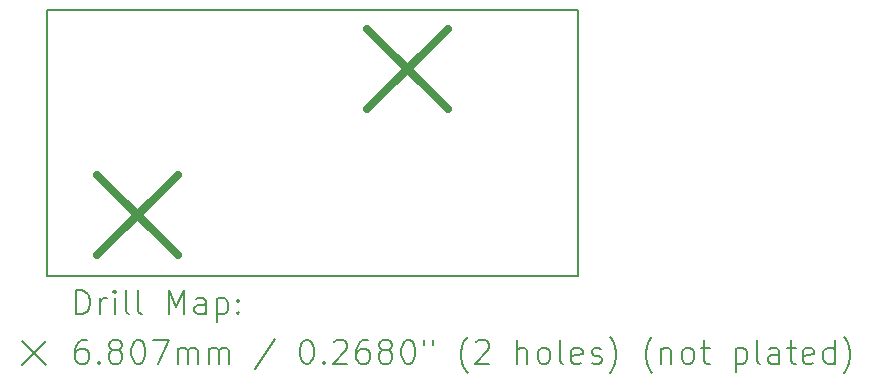
<source format=gbr>
%TF.GenerationSoftware,KiCad,Pcbnew,8.0.5*%
%TF.CreationDate,2024-12-06T13:05:28-05:00*%
%TF.ProjectId,RailsidePDB,5261696c-7369-4646-9550-44422e6b6963,rev?*%
%TF.SameCoordinates,Original*%
%TF.FileFunction,Drillmap*%
%TF.FilePolarity,Positive*%
%FSLAX45Y45*%
G04 Gerber Fmt 4.5, Leading zero omitted, Abs format (unit mm)*
G04 Created by KiCad (PCBNEW 8.0.5) date 2024-12-06 13:05:28*
%MOMM*%
%LPD*%
G01*
G04 APERTURE LIST*
%ADD10C,0.200000*%
%ADD11C,0.680720*%
G04 APERTURE END LIST*
D10*
X6747500Y-6177500D02*
X11247500Y-6177500D01*
X11247500Y-8427500D01*
X6747500Y-8427500D01*
X6747500Y-6177500D01*
D11*
X7174640Y-7572140D02*
X7855360Y-8252860D01*
X7855360Y-7572140D02*
X7174640Y-8252860D01*
X9462140Y-6334640D02*
X10142860Y-7015360D01*
X10142860Y-6334640D02*
X9462140Y-7015360D01*
D10*
X6998277Y-8748984D02*
X6998277Y-8548984D01*
X6998277Y-8548984D02*
X7045896Y-8548984D01*
X7045896Y-8548984D02*
X7074467Y-8558508D01*
X7074467Y-8558508D02*
X7093515Y-8577555D01*
X7093515Y-8577555D02*
X7103039Y-8596603D01*
X7103039Y-8596603D02*
X7112562Y-8634698D01*
X7112562Y-8634698D02*
X7112562Y-8663270D01*
X7112562Y-8663270D02*
X7103039Y-8701365D01*
X7103039Y-8701365D02*
X7093515Y-8720412D01*
X7093515Y-8720412D02*
X7074467Y-8739460D01*
X7074467Y-8739460D02*
X7045896Y-8748984D01*
X7045896Y-8748984D02*
X6998277Y-8748984D01*
X7198277Y-8748984D02*
X7198277Y-8615650D01*
X7198277Y-8653746D02*
X7207801Y-8634698D01*
X7207801Y-8634698D02*
X7217324Y-8625174D01*
X7217324Y-8625174D02*
X7236372Y-8615650D01*
X7236372Y-8615650D02*
X7255420Y-8615650D01*
X7322086Y-8748984D02*
X7322086Y-8615650D01*
X7322086Y-8548984D02*
X7312562Y-8558508D01*
X7312562Y-8558508D02*
X7322086Y-8568031D01*
X7322086Y-8568031D02*
X7331610Y-8558508D01*
X7331610Y-8558508D02*
X7322086Y-8548984D01*
X7322086Y-8548984D02*
X7322086Y-8568031D01*
X7445896Y-8748984D02*
X7426848Y-8739460D01*
X7426848Y-8739460D02*
X7417324Y-8720412D01*
X7417324Y-8720412D02*
X7417324Y-8548984D01*
X7550658Y-8748984D02*
X7531610Y-8739460D01*
X7531610Y-8739460D02*
X7522086Y-8720412D01*
X7522086Y-8720412D02*
X7522086Y-8548984D01*
X7779229Y-8748984D02*
X7779229Y-8548984D01*
X7779229Y-8548984D02*
X7845896Y-8691841D01*
X7845896Y-8691841D02*
X7912562Y-8548984D01*
X7912562Y-8548984D02*
X7912562Y-8748984D01*
X8093515Y-8748984D02*
X8093515Y-8644222D01*
X8093515Y-8644222D02*
X8083991Y-8625174D01*
X8083991Y-8625174D02*
X8064943Y-8615650D01*
X8064943Y-8615650D02*
X8026848Y-8615650D01*
X8026848Y-8615650D02*
X8007801Y-8625174D01*
X8093515Y-8739460D02*
X8074467Y-8748984D01*
X8074467Y-8748984D02*
X8026848Y-8748984D01*
X8026848Y-8748984D02*
X8007801Y-8739460D01*
X8007801Y-8739460D02*
X7998277Y-8720412D01*
X7998277Y-8720412D02*
X7998277Y-8701365D01*
X7998277Y-8701365D02*
X8007801Y-8682317D01*
X8007801Y-8682317D02*
X8026848Y-8672793D01*
X8026848Y-8672793D02*
X8074467Y-8672793D01*
X8074467Y-8672793D02*
X8093515Y-8663270D01*
X8188753Y-8615650D02*
X8188753Y-8815650D01*
X8188753Y-8625174D02*
X8207801Y-8615650D01*
X8207801Y-8615650D02*
X8245896Y-8615650D01*
X8245896Y-8615650D02*
X8264943Y-8625174D01*
X8264943Y-8625174D02*
X8274467Y-8634698D01*
X8274467Y-8634698D02*
X8283991Y-8653746D01*
X8283991Y-8653746D02*
X8283991Y-8710889D01*
X8283991Y-8710889D02*
X8274467Y-8729936D01*
X8274467Y-8729936D02*
X8264943Y-8739460D01*
X8264943Y-8739460D02*
X8245896Y-8748984D01*
X8245896Y-8748984D02*
X8207801Y-8748984D01*
X8207801Y-8748984D02*
X8188753Y-8739460D01*
X8369705Y-8729936D02*
X8379229Y-8739460D01*
X8379229Y-8739460D02*
X8369705Y-8748984D01*
X8369705Y-8748984D02*
X8360182Y-8739460D01*
X8360182Y-8739460D02*
X8369705Y-8729936D01*
X8369705Y-8729936D02*
X8369705Y-8748984D01*
X8369705Y-8625174D02*
X8379229Y-8634698D01*
X8379229Y-8634698D02*
X8369705Y-8644222D01*
X8369705Y-8644222D02*
X8360182Y-8634698D01*
X8360182Y-8634698D02*
X8369705Y-8625174D01*
X8369705Y-8625174D02*
X8369705Y-8644222D01*
X6537500Y-8977500D02*
X6737500Y-9177500D01*
X6737500Y-8977500D02*
X6537500Y-9177500D01*
X7083991Y-8968984D02*
X7045896Y-8968984D01*
X7045896Y-8968984D02*
X7026848Y-8978508D01*
X7026848Y-8978508D02*
X7017324Y-8988031D01*
X7017324Y-8988031D02*
X6998277Y-9016603D01*
X6998277Y-9016603D02*
X6988753Y-9054698D01*
X6988753Y-9054698D02*
X6988753Y-9130889D01*
X6988753Y-9130889D02*
X6998277Y-9149936D01*
X6998277Y-9149936D02*
X7007801Y-9159460D01*
X7007801Y-9159460D02*
X7026848Y-9168984D01*
X7026848Y-9168984D02*
X7064943Y-9168984D01*
X7064943Y-9168984D02*
X7083991Y-9159460D01*
X7083991Y-9159460D02*
X7093515Y-9149936D01*
X7093515Y-9149936D02*
X7103039Y-9130889D01*
X7103039Y-9130889D02*
X7103039Y-9083270D01*
X7103039Y-9083270D02*
X7093515Y-9064222D01*
X7093515Y-9064222D02*
X7083991Y-9054698D01*
X7083991Y-9054698D02*
X7064943Y-9045174D01*
X7064943Y-9045174D02*
X7026848Y-9045174D01*
X7026848Y-9045174D02*
X7007801Y-9054698D01*
X7007801Y-9054698D02*
X6998277Y-9064222D01*
X6998277Y-9064222D02*
X6988753Y-9083270D01*
X7188753Y-9149936D02*
X7198277Y-9159460D01*
X7198277Y-9159460D02*
X7188753Y-9168984D01*
X7188753Y-9168984D02*
X7179229Y-9159460D01*
X7179229Y-9159460D02*
X7188753Y-9149936D01*
X7188753Y-9149936D02*
X7188753Y-9168984D01*
X7312562Y-9054698D02*
X7293515Y-9045174D01*
X7293515Y-9045174D02*
X7283991Y-9035650D01*
X7283991Y-9035650D02*
X7274467Y-9016603D01*
X7274467Y-9016603D02*
X7274467Y-9007079D01*
X7274467Y-9007079D02*
X7283991Y-8988031D01*
X7283991Y-8988031D02*
X7293515Y-8978508D01*
X7293515Y-8978508D02*
X7312562Y-8968984D01*
X7312562Y-8968984D02*
X7350658Y-8968984D01*
X7350658Y-8968984D02*
X7369705Y-8978508D01*
X7369705Y-8978508D02*
X7379229Y-8988031D01*
X7379229Y-8988031D02*
X7388753Y-9007079D01*
X7388753Y-9007079D02*
X7388753Y-9016603D01*
X7388753Y-9016603D02*
X7379229Y-9035650D01*
X7379229Y-9035650D02*
X7369705Y-9045174D01*
X7369705Y-9045174D02*
X7350658Y-9054698D01*
X7350658Y-9054698D02*
X7312562Y-9054698D01*
X7312562Y-9054698D02*
X7293515Y-9064222D01*
X7293515Y-9064222D02*
X7283991Y-9073746D01*
X7283991Y-9073746D02*
X7274467Y-9092793D01*
X7274467Y-9092793D02*
X7274467Y-9130889D01*
X7274467Y-9130889D02*
X7283991Y-9149936D01*
X7283991Y-9149936D02*
X7293515Y-9159460D01*
X7293515Y-9159460D02*
X7312562Y-9168984D01*
X7312562Y-9168984D02*
X7350658Y-9168984D01*
X7350658Y-9168984D02*
X7369705Y-9159460D01*
X7369705Y-9159460D02*
X7379229Y-9149936D01*
X7379229Y-9149936D02*
X7388753Y-9130889D01*
X7388753Y-9130889D02*
X7388753Y-9092793D01*
X7388753Y-9092793D02*
X7379229Y-9073746D01*
X7379229Y-9073746D02*
X7369705Y-9064222D01*
X7369705Y-9064222D02*
X7350658Y-9054698D01*
X7512562Y-8968984D02*
X7531610Y-8968984D01*
X7531610Y-8968984D02*
X7550658Y-8978508D01*
X7550658Y-8978508D02*
X7560182Y-8988031D01*
X7560182Y-8988031D02*
X7569705Y-9007079D01*
X7569705Y-9007079D02*
X7579229Y-9045174D01*
X7579229Y-9045174D02*
X7579229Y-9092793D01*
X7579229Y-9092793D02*
X7569705Y-9130889D01*
X7569705Y-9130889D02*
X7560182Y-9149936D01*
X7560182Y-9149936D02*
X7550658Y-9159460D01*
X7550658Y-9159460D02*
X7531610Y-9168984D01*
X7531610Y-9168984D02*
X7512562Y-9168984D01*
X7512562Y-9168984D02*
X7493515Y-9159460D01*
X7493515Y-9159460D02*
X7483991Y-9149936D01*
X7483991Y-9149936D02*
X7474467Y-9130889D01*
X7474467Y-9130889D02*
X7464943Y-9092793D01*
X7464943Y-9092793D02*
X7464943Y-9045174D01*
X7464943Y-9045174D02*
X7474467Y-9007079D01*
X7474467Y-9007079D02*
X7483991Y-8988031D01*
X7483991Y-8988031D02*
X7493515Y-8978508D01*
X7493515Y-8978508D02*
X7512562Y-8968984D01*
X7645896Y-8968984D02*
X7779229Y-8968984D01*
X7779229Y-8968984D02*
X7693515Y-9168984D01*
X7855420Y-9168984D02*
X7855420Y-9035650D01*
X7855420Y-9054698D02*
X7864943Y-9045174D01*
X7864943Y-9045174D02*
X7883991Y-9035650D01*
X7883991Y-9035650D02*
X7912563Y-9035650D01*
X7912563Y-9035650D02*
X7931610Y-9045174D01*
X7931610Y-9045174D02*
X7941134Y-9064222D01*
X7941134Y-9064222D02*
X7941134Y-9168984D01*
X7941134Y-9064222D02*
X7950658Y-9045174D01*
X7950658Y-9045174D02*
X7969705Y-9035650D01*
X7969705Y-9035650D02*
X7998277Y-9035650D01*
X7998277Y-9035650D02*
X8017324Y-9045174D01*
X8017324Y-9045174D02*
X8026848Y-9064222D01*
X8026848Y-9064222D02*
X8026848Y-9168984D01*
X8122086Y-9168984D02*
X8122086Y-9035650D01*
X8122086Y-9054698D02*
X8131610Y-9045174D01*
X8131610Y-9045174D02*
X8150658Y-9035650D01*
X8150658Y-9035650D02*
X8179229Y-9035650D01*
X8179229Y-9035650D02*
X8198277Y-9045174D01*
X8198277Y-9045174D02*
X8207801Y-9064222D01*
X8207801Y-9064222D02*
X8207801Y-9168984D01*
X8207801Y-9064222D02*
X8217324Y-9045174D01*
X8217324Y-9045174D02*
X8236372Y-9035650D01*
X8236372Y-9035650D02*
X8264943Y-9035650D01*
X8264943Y-9035650D02*
X8283991Y-9045174D01*
X8283991Y-9045174D02*
X8293515Y-9064222D01*
X8293515Y-9064222D02*
X8293515Y-9168984D01*
X8683991Y-8959460D02*
X8512563Y-9216603D01*
X8941134Y-8968984D02*
X8960182Y-8968984D01*
X8960182Y-8968984D02*
X8979229Y-8978508D01*
X8979229Y-8978508D02*
X8988753Y-8988031D01*
X8988753Y-8988031D02*
X8998277Y-9007079D01*
X8998277Y-9007079D02*
X9007801Y-9045174D01*
X9007801Y-9045174D02*
X9007801Y-9092793D01*
X9007801Y-9092793D02*
X8998277Y-9130889D01*
X8998277Y-9130889D02*
X8988753Y-9149936D01*
X8988753Y-9149936D02*
X8979229Y-9159460D01*
X8979229Y-9159460D02*
X8960182Y-9168984D01*
X8960182Y-9168984D02*
X8941134Y-9168984D01*
X8941134Y-9168984D02*
X8922087Y-9159460D01*
X8922087Y-9159460D02*
X8912563Y-9149936D01*
X8912563Y-9149936D02*
X8903039Y-9130889D01*
X8903039Y-9130889D02*
X8893515Y-9092793D01*
X8893515Y-9092793D02*
X8893515Y-9045174D01*
X8893515Y-9045174D02*
X8903039Y-9007079D01*
X8903039Y-9007079D02*
X8912563Y-8988031D01*
X8912563Y-8988031D02*
X8922087Y-8978508D01*
X8922087Y-8978508D02*
X8941134Y-8968984D01*
X9093515Y-9149936D02*
X9103039Y-9159460D01*
X9103039Y-9159460D02*
X9093515Y-9168984D01*
X9093515Y-9168984D02*
X9083991Y-9159460D01*
X9083991Y-9159460D02*
X9093515Y-9149936D01*
X9093515Y-9149936D02*
X9093515Y-9168984D01*
X9179229Y-8988031D02*
X9188753Y-8978508D01*
X9188753Y-8978508D02*
X9207801Y-8968984D01*
X9207801Y-8968984D02*
X9255420Y-8968984D01*
X9255420Y-8968984D02*
X9274468Y-8978508D01*
X9274468Y-8978508D02*
X9283991Y-8988031D01*
X9283991Y-8988031D02*
X9293515Y-9007079D01*
X9293515Y-9007079D02*
X9293515Y-9026127D01*
X9293515Y-9026127D02*
X9283991Y-9054698D01*
X9283991Y-9054698D02*
X9169706Y-9168984D01*
X9169706Y-9168984D02*
X9293515Y-9168984D01*
X9464944Y-8968984D02*
X9426848Y-8968984D01*
X9426848Y-8968984D02*
X9407801Y-8978508D01*
X9407801Y-8978508D02*
X9398277Y-8988031D01*
X9398277Y-8988031D02*
X9379229Y-9016603D01*
X9379229Y-9016603D02*
X9369706Y-9054698D01*
X9369706Y-9054698D02*
X9369706Y-9130889D01*
X9369706Y-9130889D02*
X9379229Y-9149936D01*
X9379229Y-9149936D02*
X9388753Y-9159460D01*
X9388753Y-9159460D02*
X9407801Y-9168984D01*
X9407801Y-9168984D02*
X9445896Y-9168984D01*
X9445896Y-9168984D02*
X9464944Y-9159460D01*
X9464944Y-9159460D02*
X9474468Y-9149936D01*
X9474468Y-9149936D02*
X9483991Y-9130889D01*
X9483991Y-9130889D02*
X9483991Y-9083270D01*
X9483991Y-9083270D02*
X9474468Y-9064222D01*
X9474468Y-9064222D02*
X9464944Y-9054698D01*
X9464944Y-9054698D02*
X9445896Y-9045174D01*
X9445896Y-9045174D02*
X9407801Y-9045174D01*
X9407801Y-9045174D02*
X9388753Y-9054698D01*
X9388753Y-9054698D02*
X9379229Y-9064222D01*
X9379229Y-9064222D02*
X9369706Y-9083270D01*
X9598277Y-9054698D02*
X9579229Y-9045174D01*
X9579229Y-9045174D02*
X9569706Y-9035650D01*
X9569706Y-9035650D02*
X9560182Y-9016603D01*
X9560182Y-9016603D02*
X9560182Y-9007079D01*
X9560182Y-9007079D02*
X9569706Y-8988031D01*
X9569706Y-8988031D02*
X9579229Y-8978508D01*
X9579229Y-8978508D02*
X9598277Y-8968984D01*
X9598277Y-8968984D02*
X9636372Y-8968984D01*
X9636372Y-8968984D02*
X9655420Y-8978508D01*
X9655420Y-8978508D02*
X9664944Y-8988031D01*
X9664944Y-8988031D02*
X9674468Y-9007079D01*
X9674468Y-9007079D02*
X9674468Y-9016603D01*
X9674468Y-9016603D02*
X9664944Y-9035650D01*
X9664944Y-9035650D02*
X9655420Y-9045174D01*
X9655420Y-9045174D02*
X9636372Y-9054698D01*
X9636372Y-9054698D02*
X9598277Y-9054698D01*
X9598277Y-9054698D02*
X9579229Y-9064222D01*
X9579229Y-9064222D02*
X9569706Y-9073746D01*
X9569706Y-9073746D02*
X9560182Y-9092793D01*
X9560182Y-9092793D02*
X9560182Y-9130889D01*
X9560182Y-9130889D02*
X9569706Y-9149936D01*
X9569706Y-9149936D02*
X9579229Y-9159460D01*
X9579229Y-9159460D02*
X9598277Y-9168984D01*
X9598277Y-9168984D02*
X9636372Y-9168984D01*
X9636372Y-9168984D02*
X9655420Y-9159460D01*
X9655420Y-9159460D02*
X9664944Y-9149936D01*
X9664944Y-9149936D02*
X9674468Y-9130889D01*
X9674468Y-9130889D02*
X9674468Y-9092793D01*
X9674468Y-9092793D02*
X9664944Y-9073746D01*
X9664944Y-9073746D02*
X9655420Y-9064222D01*
X9655420Y-9064222D02*
X9636372Y-9054698D01*
X9798277Y-8968984D02*
X9817325Y-8968984D01*
X9817325Y-8968984D02*
X9836372Y-8978508D01*
X9836372Y-8978508D02*
X9845896Y-8988031D01*
X9845896Y-8988031D02*
X9855420Y-9007079D01*
X9855420Y-9007079D02*
X9864944Y-9045174D01*
X9864944Y-9045174D02*
X9864944Y-9092793D01*
X9864944Y-9092793D02*
X9855420Y-9130889D01*
X9855420Y-9130889D02*
X9845896Y-9149936D01*
X9845896Y-9149936D02*
X9836372Y-9159460D01*
X9836372Y-9159460D02*
X9817325Y-9168984D01*
X9817325Y-9168984D02*
X9798277Y-9168984D01*
X9798277Y-9168984D02*
X9779229Y-9159460D01*
X9779229Y-9159460D02*
X9769706Y-9149936D01*
X9769706Y-9149936D02*
X9760182Y-9130889D01*
X9760182Y-9130889D02*
X9750658Y-9092793D01*
X9750658Y-9092793D02*
X9750658Y-9045174D01*
X9750658Y-9045174D02*
X9760182Y-9007079D01*
X9760182Y-9007079D02*
X9769706Y-8988031D01*
X9769706Y-8988031D02*
X9779229Y-8978508D01*
X9779229Y-8978508D02*
X9798277Y-8968984D01*
X9941134Y-8968984D02*
X9941134Y-9007079D01*
X10017325Y-8968984D02*
X10017325Y-9007079D01*
X10312563Y-9245174D02*
X10303039Y-9235650D01*
X10303039Y-9235650D02*
X10283991Y-9207079D01*
X10283991Y-9207079D02*
X10274468Y-9188031D01*
X10274468Y-9188031D02*
X10264944Y-9159460D01*
X10264944Y-9159460D02*
X10255420Y-9111841D01*
X10255420Y-9111841D02*
X10255420Y-9073746D01*
X10255420Y-9073746D02*
X10264944Y-9026127D01*
X10264944Y-9026127D02*
X10274468Y-8997555D01*
X10274468Y-8997555D02*
X10283991Y-8978508D01*
X10283991Y-8978508D02*
X10303039Y-8949936D01*
X10303039Y-8949936D02*
X10312563Y-8940412D01*
X10379230Y-8988031D02*
X10388753Y-8978508D01*
X10388753Y-8978508D02*
X10407801Y-8968984D01*
X10407801Y-8968984D02*
X10455420Y-8968984D01*
X10455420Y-8968984D02*
X10474468Y-8978508D01*
X10474468Y-8978508D02*
X10483991Y-8988031D01*
X10483991Y-8988031D02*
X10493515Y-9007079D01*
X10493515Y-9007079D02*
X10493515Y-9026127D01*
X10493515Y-9026127D02*
X10483991Y-9054698D01*
X10483991Y-9054698D02*
X10369706Y-9168984D01*
X10369706Y-9168984D02*
X10493515Y-9168984D01*
X10731611Y-9168984D02*
X10731611Y-8968984D01*
X10817325Y-9168984D02*
X10817325Y-9064222D01*
X10817325Y-9064222D02*
X10807801Y-9045174D01*
X10807801Y-9045174D02*
X10788753Y-9035650D01*
X10788753Y-9035650D02*
X10760182Y-9035650D01*
X10760182Y-9035650D02*
X10741134Y-9045174D01*
X10741134Y-9045174D02*
X10731611Y-9054698D01*
X10941134Y-9168984D02*
X10922087Y-9159460D01*
X10922087Y-9159460D02*
X10912563Y-9149936D01*
X10912563Y-9149936D02*
X10903039Y-9130889D01*
X10903039Y-9130889D02*
X10903039Y-9073746D01*
X10903039Y-9073746D02*
X10912563Y-9054698D01*
X10912563Y-9054698D02*
X10922087Y-9045174D01*
X10922087Y-9045174D02*
X10941134Y-9035650D01*
X10941134Y-9035650D02*
X10969706Y-9035650D01*
X10969706Y-9035650D02*
X10988753Y-9045174D01*
X10988753Y-9045174D02*
X10998277Y-9054698D01*
X10998277Y-9054698D02*
X11007801Y-9073746D01*
X11007801Y-9073746D02*
X11007801Y-9130889D01*
X11007801Y-9130889D02*
X10998277Y-9149936D01*
X10998277Y-9149936D02*
X10988753Y-9159460D01*
X10988753Y-9159460D02*
X10969706Y-9168984D01*
X10969706Y-9168984D02*
X10941134Y-9168984D01*
X11122087Y-9168984D02*
X11103039Y-9159460D01*
X11103039Y-9159460D02*
X11093515Y-9140412D01*
X11093515Y-9140412D02*
X11093515Y-8968984D01*
X11274468Y-9159460D02*
X11255420Y-9168984D01*
X11255420Y-9168984D02*
X11217325Y-9168984D01*
X11217325Y-9168984D02*
X11198277Y-9159460D01*
X11198277Y-9159460D02*
X11188753Y-9140412D01*
X11188753Y-9140412D02*
X11188753Y-9064222D01*
X11188753Y-9064222D02*
X11198277Y-9045174D01*
X11198277Y-9045174D02*
X11217325Y-9035650D01*
X11217325Y-9035650D02*
X11255420Y-9035650D01*
X11255420Y-9035650D02*
X11274468Y-9045174D01*
X11274468Y-9045174D02*
X11283991Y-9064222D01*
X11283991Y-9064222D02*
X11283991Y-9083270D01*
X11283991Y-9083270D02*
X11188753Y-9102317D01*
X11360182Y-9159460D02*
X11379230Y-9168984D01*
X11379230Y-9168984D02*
X11417325Y-9168984D01*
X11417325Y-9168984D02*
X11436372Y-9159460D01*
X11436372Y-9159460D02*
X11445896Y-9140412D01*
X11445896Y-9140412D02*
X11445896Y-9130889D01*
X11445896Y-9130889D02*
X11436372Y-9111841D01*
X11436372Y-9111841D02*
X11417325Y-9102317D01*
X11417325Y-9102317D02*
X11388753Y-9102317D01*
X11388753Y-9102317D02*
X11369706Y-9092793D01*
X11369706Y-9092793D02*
X11360182Y-9073746D01*
X11360182Y-9073746D02*
X11360182Y-9064222D01*
X11360182Y-9064222D02*
X11369706Y-9045174D01*
X11369706Y-9045174D02*
X11388753Y-9035650D01*
X11388753Y-9035650D02*
X11417325Y-9035650D01*
X11417325Y-9035650D02*
X11436372Y-9045174D01*
X11512563Y-9245174D02*
X11522087Y-9235650D01*
X11522087Y-9235650D02*
X11541134Y-9207079D01*
X11541134Y-9207079D02*
X11550658Y-9188031D01*
X11550658Y-9188031D02*
X11560182Y-9159460D01*
X11560182Y-9159460D02*
X11569706Y-9111841D01*
X11569706Y-9111841D02*
X11569706Y-9073746D01*
X11569706Y-9073746D02*
X11560182Y-9026127D01*
X11560182Y-9026127D02*
X11550658Y-8997555D01*
X11550658Y-8997555D02*
X11541134Y-8978508D01*
X11541134Y-8978508D02*
X11522087Y-8949936D01*
X11522087Y-8949936D02*
X11512563Y-8940412D01*
X11874468Y-9245174D02*
X11864944Y-9235650D01*
X11864944Y-9235650D02*
X11845896Y-9207079D01*
X11845896Y-9207079D02*
X11836372Y-9188031D01*
X11836372Y-9188031D02*
X11826849Y-9159460D01*
X11826849Y-9159460D02*
X11817325Y-9111841D01*
X11817325Y-9111841D02*
X11817325Y-9073746D01*
X11817325Y-9073746D02*
X11826849Y-9026127D01*
X11826849Y-9026127D02*
X11836372Y-8997555D01*
X11836372Y-8997555D02*
X11845896Y-8978508D01*
X11845896Y-8978508D02*
X11864944Y-8949936D01*
X11864944Y-8949936D02*
X11874468Y-8940412D01*
X11950658Y-9035650D02*
X11950658Y-9168984D01*
X11950658Y-9054698D02*
X11960182Y-9045174D01*
X11960182Y-9045174D02*
X11979230Y-9035650D01*
X11979230Y-9035650D02*
X12007801Y-9035650D01*
X12007801Y-9035650D02*
X12026849Y-9045174D01*
X12026849Y-9045174D02*
X12036372Y-9064222D01*
X12036372Y-9064222D02*
X12036372Y-9168984D01*
X12160182Y-9168984D02*
X12141134Y-9159460D01*
X12141134Y-9159460D02*
X12131611Y-9149936D01*
X12131611Y-9149936D02*
X12122087Y-9130889D01*
X12122087Y-9130889D02*
X12122087Y-9073746D01*
X12122087Y-9073746D02*
X12131611Y-9054698D01*
X12131611Y-9054698D02*
X12141134Y-9045174D01*
X12141134Y-9045174D02*
X12160182Y-9035650D01*
X12160182Y-9035650D02*
X12188753Y-9035650D01*
X12188753Y-9035650D02*
X12207801Y-9045174D01*
X12207801Y-9045174D02*
X12217325Y-9054698D01*
X12217325Y-9054698D02*
X12226849Y-9073746D01*
X12226849Y-9073746D02*
X12226849Y-9130889D01*
X12226849Y-9130889D02*
X12217325Y-9149936D01*
X12217325Y-9149936D02*
X12207801Y-9159460D01*
X12207801Y-9159460D02*
X12188753Y-9168984D01*
X12188753Y-9168984D02*
X12160182Y-9168984D01*
X12283992Y-9035650D02*
X12360182Y-9035650D01*
X12312563Y-8968984D02*
X12312563Y-9140412D01*
X12312563Y-9140412D02*
X12322087Y-9159460D01*
X12322087Y-9159460D02*
X12341134Y-9168984D01*
X12341134Y-9168984D02*
X12360182Y-9168984D01*
X12579230Y-9035650D02*
X12579230Y-9235650D01*
X12579230Y-9045174D02*
X12598277Y-9035650D01*
X12598277Y-9035650D02*
X12636373Y-9035650D01*
X12636373Y-9035650D02*
X12655420Y-9045174D01*
X12655420Y-9045174D02*
X12664944Y-9054698D01*
X12664944Y-9054698D02*
X12674468Y-9073746D01*
X12674468Y-9073746D02*
X12674468Y-9130889D01*
X12674468Y-9130889D02*
X12664944Y-9149936D01*
X12664944Y-9149936D02*
X12655420Y-9159460D01*
X12655420Y-9159460D02*
X12636373Y-9168984D01*
X12636373Y-9168984D02*
X12598277Y-9168984D01*
X12598277Y-9168984D02*
X12579230Y-9159460D01*
X12788753Y-9168984D02*
X12769706Y-9159460D01*
X12769706Y-9159460D02*
X12760182Y-9140412D01*
X12760182Y-9140412D02*
X12760182Y-8968984D01*
X12950658Y-9168984D02*
X12950658Y-9064222D01*
X12950658Y-9064222D02*
X12941134Y-9045174D01*
X12941134Y-9045174D02*
X12922087Y-9035650D01*
X12922087Y-9035650D02*
X12883992Y-9035650D01*
X12883992Y-9035650D02*
X12864944Y-9045174D01*
X12950658Y-9159460D02*
X12931611Y-9168984D01*
X12931611Y-9168984D02*
X12883992Y-9168984D01*
X12883992Y-9168984D02*
X12864944Y-9159460D01*
X12864944Y-9159460D02*
X12855420Y-9140412D01*
X12855420Y-9140412D02*
X12855420Y-9121365D01*
X12855420Y-9121365D02*
X12864944Y-9102317D01*
X12864944Y-9102317D02*
X12883992Y-9092793D01*
X12883992Y-9092793D02*
X12931611Y-9092793D01*
X12931611Y-9092793D02*
X12950658Y-9083270D01*
X13017325Y-9035650D02*
X13093515Y-9035650D01*
X13045896Y-8968984D02*
X13045896Y-9140412D01*
X13045896Y-9140412D02*
X13055420Y-9159460D01*
X13055420Y-9159460D02*
X13074468Y-9168984D01*
X13074468Y-9168984D02*
X13093515Y-9168984D01*
X13236373Y-9159460D02*
X13217325Y-9168984D01*
X13217325Y-9168984D02*
X13179230Y-9168984D01*
X13179230Y-9168984D02*
X13160182Y-9159460D01*
X13160182Y-9159460D02*
X13150658Y-9140412D01*
X13150658Y-9140412D02*
X13150658Y-9064222D01*
X13150658Y-9064222D02*
X13160182Y-9045174D01*
X13160182Y-9045174D02*
X13179230Y-9035650D01*
X13179230Y-9035650D02*
X13217325Y-9035650D01*
X13217325Y-9035650D02*
X13236373Y-9045174D01*
X13236373Y-9045174D02*
X13245896Y-9064222D01*
X13245896Y-9064222D02*
X13245896Y-9083270D01*
X13245896Y-9083270D02*
X13150658Y-9102317D01*
X13417325Y-9168984D02*
X13417325Y-8968984D01*
X13417325Y-9159460D02*
X13398277Y-9168984D01*
X13398277Y-9168984D02*
X13360182Y-9168984D01*
X13360182Y-9168984D02*
X13341134Y-9159460D01*
X13341134Y-9159460D02*
X13331611Y-9149936D01*
X13331611Y-9149936D02*
X13322087Y-9130889D01*
X13322087Y-9130889D02*
X13322087Y-9073746D01*
X13322087Y-9073746D02*
X13331611Y-9054698D01*
X13331611Y-9054698D02*
X13341134Y-9045174D01*
X13341134Y-9045174D02*
X13360182Y-9035650D01*
X13360182Y-9035650D02*
X13398277Y-9035650D01*
X13398277Y-9035650D02*
X13417325Y-9045174D01*
X13493515Y-9245174D02*
X13503039Y-9235650D01*
X13503039Y-9235650D02*
X13522087Y-9207079D01*
X13522087Y-9207079D02*
X13531611Y-9188031D01*
X13531611Y-9188031D02*
X13541134Y-9159460D01*
X13541134Y-9159460D02*
X13550658Y-9111841D01*
X13550658Y-9111841D02*
X13550658Y-9073746D01*
X13550658Y-9073746D02*
X13541134Y-9026127D01*
X13541134Y-9026127D02*
X13531611Y-8997555D01*
X13531611Y-8997555D02*
X13522087Y-8978508D01*
X13522087Y-8978508D02*
X13503039Y-8949936D01*
X13503039Y-8949936D02*
X13493515Y-8940412D01*
M02*

</source>
